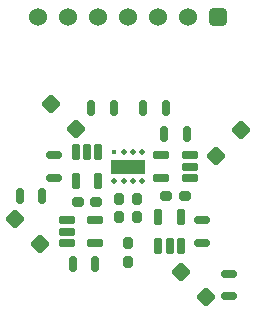
<source format=gbr>
%TF.GenerationSoftware,KiCad,Pcbnew,6.0.4-6f826c9f35~116~ubuntu21.10.1*%
%TF.CreationDate,2023-03-02T20:15:44+02:00*%
%TF.ProjectId,rgbw-light,72676277-2d6c-4696-9768-742e6b696361,rev?*%
%TF.SameCoordinates,Original*%
%TF.FileFunction,Soldermask,Top*%
%TF.FilePolarity,Negative*%
%FSLAX46Y46*%
G04 Gerber Fmt 4.6, Leading zero omitted, Abs format (unit mm)*
G04 Created by KiCad (PCBNEW 6.0.4-6f826c9f35~116~ubuntu21.10.1) date 2023-03-02 20:15:44*
%MOMM*%
%LPD*%
G01*
G04 APERTURE LIST*
G04 Aperture macros list*
%AMRoundRect*
0 Rectangle with rounded corners*
0 $1 Rounding radius*
0 $2 $3 $4 $5 $6 $7 $8 $9 X,Y pos of 4 corners*
0 Add a 4 corners polygon primitive as box body*
4,1,4,$2,$3,$4,$5,$6,$7,$8,$9,$2,$3,0*
0 Add four circle primitives for the rounded corners*
1,1,$1+$1,$2,$3*
1,1,$1+$1,$4,$5*
1,1,$1+$1,$6,$7*
1,1,$1+$1,$8,$9*
0 Add four rect primitives between the rounded corners*
20,1,$1+$1,$2,$3,$4,$5,0*
20,1,$1+$1,$4,$5,$6,$7,0*
20,1,$1+$1,$6,$7,$8,$9,0*
20,1,$1+$1,$8,$9,$2,$3,0*%
G04 Aperture macros list end*
%ADD10RoundRect,0.200000X0.285000X0.200000X-0.285000X0.200000X-0.285000X-0.200000X0.285000X-0.200000X0*%
%ADD11RoundRect,0.175000X-0.175000X-0.475000X0.175000X-0.475000X0.175000X0.475000X-0.175000X0.475000X0*%
%ADD12RoundRect,0.381000X-0.381000X0.381000X-0.381000X-0.381000X0.381000X-0.381000X0.381000X0.381000X0*%
%ADD13C,1.524000*%
%ADD14RoundRect,0.325000X0.459619X0.000000X0.000000X0.459619X-0.459619X0.000000X0.000000X-0.459619X0*%
%ADD15RoundRect,0.175000X0.175000X0.475000X-0.175000X0.475000X-0.175000X-0.475000X0.175000X-0.475000X0*%
%ADD16RoundRect,0.200000X-0.285000X-0.200000X0.285000X-0.200000X0.285000X0.200000X-0.285000X0.200000X0*%
%ADD17RoundRect,0.175000X0.175000X-0.525000X0.175000X0.525000X-0.175000X0.525000X-0.175000X-0.525000X0*%
%ADD18R,2.850000X1.150000*%
%ADD19R,0.450000X0.450000*%
%ADD20RoundRect,0.112500X-0.112500X-0.112500X0.112500X-0.112500X0.112500X0.112500X-0.112500X0.112500X0*%
%ADD21RoundRect,0.175000X-0.525000X-0.175000X0.525000X-0.175000X0.525000X0.175000X-0.525000X0.175000X0*%
%ADD22RoundRect,0.175000X0.475000X-0.175000X0.475000X0.175000X-0.475000X0.175000X-0.475000X-0.175000X0*%
%ADD23RoundRect,0.175000X0.525000X0.175000X-0.525000X0.175000X-0.525000X-0.175000X0.525000X-0.175000X0*%
%ADD24RoundRect,0.200000X0.200000X-0.285000X0.200000X0.285000X-0.200000X0.285000X-0.200000X-0.285000X0*%
%ADD25RoundRect,0.325000X-0.459619X0.000000X0.000000X-0.459619X0.459619X0.000000X0.000000X0.459619X0*%
%ADD26RoundRect,0.175000X-0.175000X0.525000X-0.175000X-0.525000X0.175000X-0.525000X0.175000X0.525000X0*%
%ADD27RoundRect,0.200000X-0.200000X0.285000X-0.200000X-0.285000X0.200000X-0.285000X0.200000X0.285000X0*%
%ADD28RoundRect,0.175000X-0.475000X0.175000X-0.475000X-0.175000X0.475000X-0.175000X0.475000X0.175000X0*%
%ADD29RoundRect,0.325000X0.000000X-0.459619X0.459619X0.000000X0.000000X0.459619X-0.459619X0.000000X0*%
G04 APERTURE END LIST*
D10*
%TO.C,R4*%
X150000000Y-98500000D03*
X148400000Y-98500000D03*
%TD*%
D11*
%TO.C,C4*%
X136000000Y-98500000D03*
X137900000Y-98500000D03*
%TD*%
D12*
%TO.C,CN1*%
X152820000Y-83300000D03*
D13*
X150280000Y-83300000D03*
X147740000Y-83300000D03*
X145200000Y-83300000D03*
X142660000Y-83300000D03*
X140120000Y-83300000D03*
X137580000Y-83300000D03*
%TD*%
D14*
%TO.C,L2*%
X137760660Y-102560660D03*
X135639340Y-100439340D03*
%TD*%
D15*
%TO.C,C3*%
X142400000Y-104250000D03*
X140500000Y-104250000D03*
%TD*%
D16*
%TO.C,R1*%
X140900000Y-99000000D03*
X142500000Y-99000000D03*
%TD*%
D17*
%TO.C,IC3*%
X147750000Y-102700000D03*
X148700000Y-102700000D03*
X149650000Y-102700000D03*
X149650000Y-100300000D03*
X147750000Y-100300000D03*
%TD*%
D15*
%TO.C,C2*%
X143950000Y-91000000D03*
X142050000Y-91000000D03*
%TD*%
D11*
%TO.C,C7*%
X148250000Y-93250000D03*
X150150000Y-93250000D03*
%TD*%
%TO.C,C8*%
X146450000Y-91000000D03*
X148350000Y-91000000D03*
%TD*%
D18*
%TO.C,D1*%
X145200000Y-96000000D03*
D19*
X144000000Y-94800000D03*
D20*
X144800000Y-94800000D03*
X145600000Y-94800000D03*
X146400000Y-94800000D03*
X146400000Y-97200000D03*
X145600000Y-97200000D03*
X144800000Y-97200000D03*
X144000000Y-97200000D03*
%TD*%
D21*
%TO.C,IC2*%
X140000000Y-100550000D03*
X140000000Y-101500000D03*
X140000000Y-102450000D03*
X142400000Y-102450000D03*
X142400000Y-100550000D03*
%TD*%
D22*
%TO.C,C1*%
X138950000Y-96950000D03*
X138950000Y-95050000D03*
%TD*%
D23*
%TO.C,IC4*%
X150400000Y-96950000D03*
X150400000Y-96000000D03*
X150400000Y-95050000D03*
X148000000Y-95050000D03*
X148000000Y-96950000D03*
%TD*%
D24*
%TO.C,R3*%
X145950000Y-100300000D03*
X145950000Y-98700000D03*
%TD*%
D25*
%TO.C,L3*%
X149639340Y-104939340D03*
X151760660Y-107060660D03*
%TD*%
D26*
%TO.C,IC1*%
X142650000Y-94800000D03*
X141700000Y-94800000D03*
X140750000Y-94800000D03*
X140750000Y-97200000D03*
X142650000Y-97200000D03*
%TD*%
D27*
%TO.C,NTC1*%
X145200000Y-102450000D03*
X145200000Y-104050000D03*
%TD*%
D28*
%TO.C,C5*%
X151450000Y-100550000D03*
X151450000Y-102450000D03*
%TD*%
D22*
%TO.C,C6*%
X153700000Y-105050000D03*
X153700000Y-106950000D03*
%TD*%
D24*
%TO.C,R2*%
X144450000Y-100300000D03*
X144450000Y-98700000D03*
%TD*%
D14*
%TO.C,L1*%
X140760660Y-92810660D03*
X138639340Y-90689340D03*
%TD*%
D29*
%TO.C,L4*%
X152639340Y-95060660D03*
X154760660Y-92939340D03*
%TD*%
M02*

</source>
